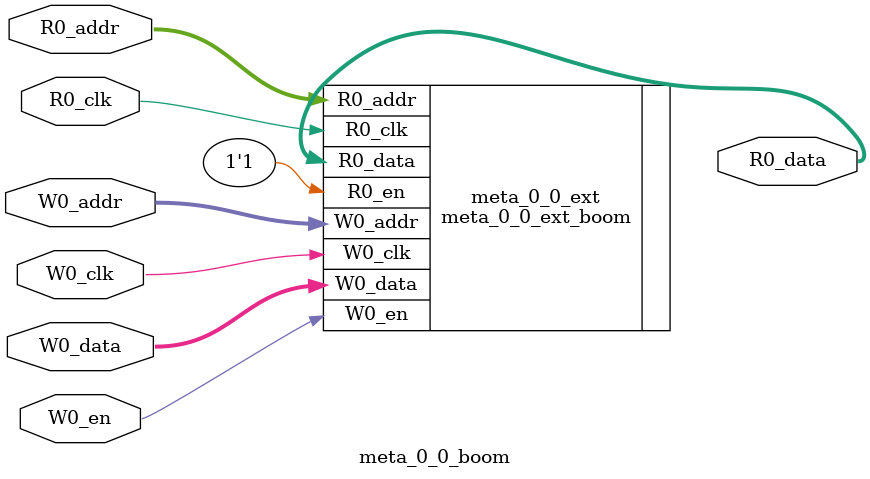
<source format=sv>
`ifndef RANDOMIZE
  `ifdef RANDOMIZE_REG_INIT
    `define RANDOMIZE
  `endif // RANDOMIZE_REG_INIT
`endif // not def RANDOMIZE
`ifndef RANDOMIZE
  `ifdef RANDOMIZE_MEM_INIT
    `define RANDOMIZE
  `endif // RANDOMIZE_MEM_INIT
`endif // not def RANDOMIZE

`ifndef RANDOM
  `define RANDOM $random
`endif // not def RANDOM

// Users can define 'PRINTF_COND' to add an extra gate to prints.
`ifndef PRINTF_COND_
  `ifdef PRINTF_COND
    `define PRINTF_COND_ (`PRINTF_COND)
  `else  // PRINTF_COND
    `define PRINTF_COND_ 1
  `endif // PRINTF_COND
`endif // not def PRINTF_COND_

// Users can define 'ASSERT_VERBOSE_COND' to add an extra gate to assert error printing.
`ifndef ASSERT_VERBOSE_COND_
  `ifdef ASSERT_VERBOSE_COND
    `define ASSERT_VERBOSE_COND_ (`ASSERT_VERBOSE_COND)
  `else  // ASSERT_VERBOSE_COND
    `define ASSERT_VERBOSE_COND_ 1
  `endif // ASSERT_VERBOSE_COND
`endif // not def ASSERT_VERBOSE_COND_

// Users can define 'STOP_COND' to add an extra gate to stop conditions.
`ifndef STOP_COND_
  `ifdef STOP_COND
    `define STOP_COND_ (`STOP_COND)
  `else  // STOP_COND
    `define STOP_COND_ 1
  `endif // STOP_COND
`endif // not def STOP_COND_

// Users can define INIT_RANDOM as general code that gets injected into the
// initializer block for modules with registers.
`ifndef INIT_RANDOM
  `define INIT_RANDOM
`endif // not def INIT_RANDOM

// If using random initialization, you can also define RANDOMIZE_DELAY to
// customize the delay used, otherwise 0.002 is used.
`ifndef RANDOMIZE_DELAY
  `define RANDOMIZE_DELAY 0.002
`endif // not def RANDOMIZE_DELAY

// Define INIT_RANDOM_PROLOG_ for use in our modules below.
`ifndef INIT_RANDOM_PROLOG_
  `ifdef RANDOMIZE
    `ifdef VERILATOR
      `define INIT_RANDOM_PROLOG_ `INIT_RANDOM
    `else  // VERILATOR
      `define INIT_RANDOM_PROLOG_ `INIT_RANDOM #`RANDOMIZE_DELAY begin end
    `endif // VERILATOR
  `else  // RANDOMIZE
    `define INIT_RANDOM_PROLOG_
  `endif // RANDOMIZE
`endif // not def INIT_RANDOM_PROLOG_

module meta_0_0_boom(	// @[fetch-target-queue.scala:142:29]
  input  [4:0]   R0_addr,
  input          R0_clk,
  input  [4:0]   W0_addr,
  input          W0_en,
                 W0_clk,
  input  [119:0] W0_data,
  output [119:0] R0_data
);

  meta_0_0_ext_boom meta_0_0_ext (	// @[fetch-target-queue.scala:142:29]
    .R0_addr (R0_addr),
    .R0_en   (1'h1),
    .R0_clk  (R0_clk),
    .W0_addr (W0_addr),
    .W0_en   (W0_en),
    .W0_clk  (W0_clk),
    .W0_data (W0_data),
    .R0_data (R0_data)
  );
endmodule


</source>
